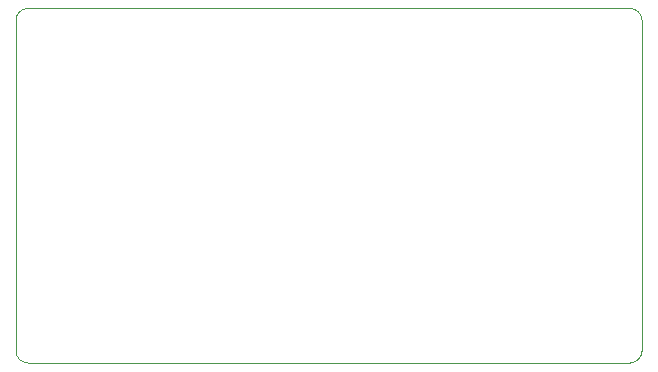
<source format=gbr>
%TF.GenerationSoftware,KiCad,Pcbnew,8.0.5-8.0.5-0~ubuntu24.04.1*%
%TF.CreationDate,2024-10-03T16:57:35-04:00*%
%TF.ProjectId,breadboard-power-supply,62726561-6462-46f6-9172-642d706f7765,rev?*%
%TF.SameCoordinates,Original*%
%TF.FileFunction,Profile,NP*%
%FSLAX46Y46*%
G04 Gerber Fmt 4.6, Leading zero omitted, Abs format (unit mm)*
G04 Created by KiCad (PCBNEW 8.0.5-8.0.5-0~ubuntu24.04.1) date 2024-10-03 16:57:35*
%MOMM*%
%LPD*%
G01*
G04 APERTURE LIST*
%TA.AperFunction,Profile*%
%ADD10C,0.050000*%
%TD*%
G04 APERTURE END LIST*
D10*
X101000000Y-90000000D02*
X152000000Y-90000000D01*
X152000000Y-90000000D02*
G75*
G02*
X153000000Y-91000000I0J-1000000D01*
G01*
X101000000Y-120000000D02*
G75*
G02*
X100000000Y-119000000I0J1000000D01*
G01*
X152000000Y-120000000D02*
X101000000Y-120000000D01*
X100000000Y-91000000D02*
G75*
G02*
X101000000Y-90000000I1000000J0D01*
G01*
X100000000Y-119000000D02*
X100000000Y-91000000D01*
X153000000Y-119000000D02*
G75*
G02*
X152000000Y-120000000I-1000000J0D01*
G01*
X153000000Y-91000000D02*
X153000000Y-119000000D01*
M02*

</source>
